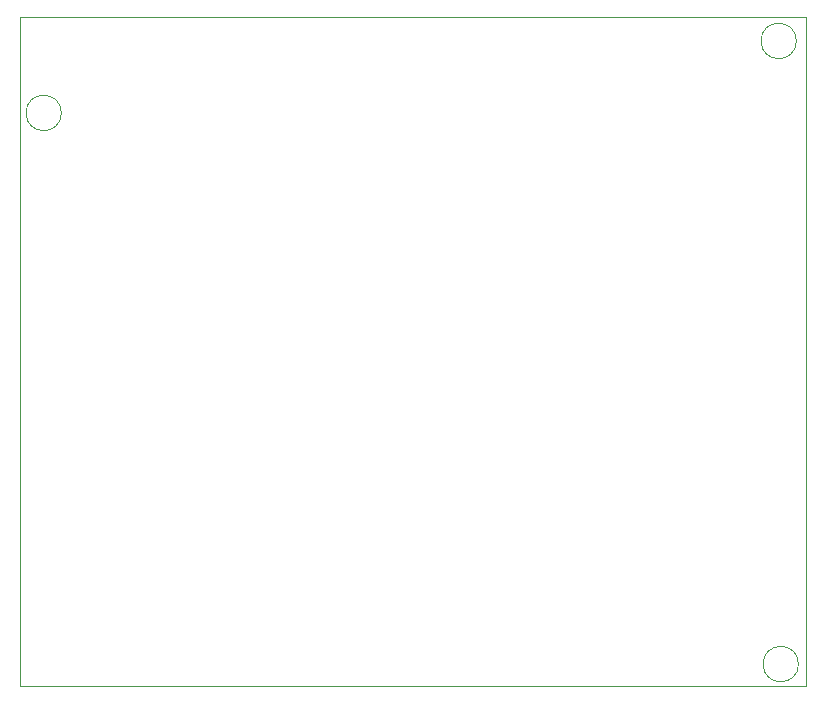
<source format=gbr>
%TF.GenerationSoftware,KiCad,Pcbnew,7.0.1*%
%TF.CreationDate,2023-05-08T21:24:27+02:00*%
%TF.ProjectId,PCB_evenwicht,5043425f-6576-4656-9e77-696368742e6b,rev?*%
%TF.SameCoordinates,Original*%
%TF.FileFunction,Profile,NP*%
%FSLAX46Y46*%
G04 Gerber Fmt 4.6, Leading zero omitted, Abs format (unit mm)*
G04 Created by KiCad (PCBNEW 7.0.1) date 2023-05-08 21:24:27*
%MOMM*%
%LPD*%
G01*
G04 APERTURE LIST*
%TA.AperFunction,Profile*%
%ADD10C,0.050000*%
%TD*%
G04 APERTURE END LIST*
D10*
X170129200Y-48260000D02*
G75*
G03*
X170129200Y-48260000I-1500000J0D01*
G01*
X104394000Y-46228000D02*
X170942000Y-46228000D01*
X170942000Y-102870000D01*
X104394000Y-102870000D01*
X104394000Y-46228000D01*
X170308400Y-101017200D02*
G75*
G03*
X170308400Y-101017200I-1500000J0D01*
G01*
X107899200Y-54356000D02*
G75*
G03*
X107899200Y-54356000I-1500000J0D01*
G01*
M02*

</source>
